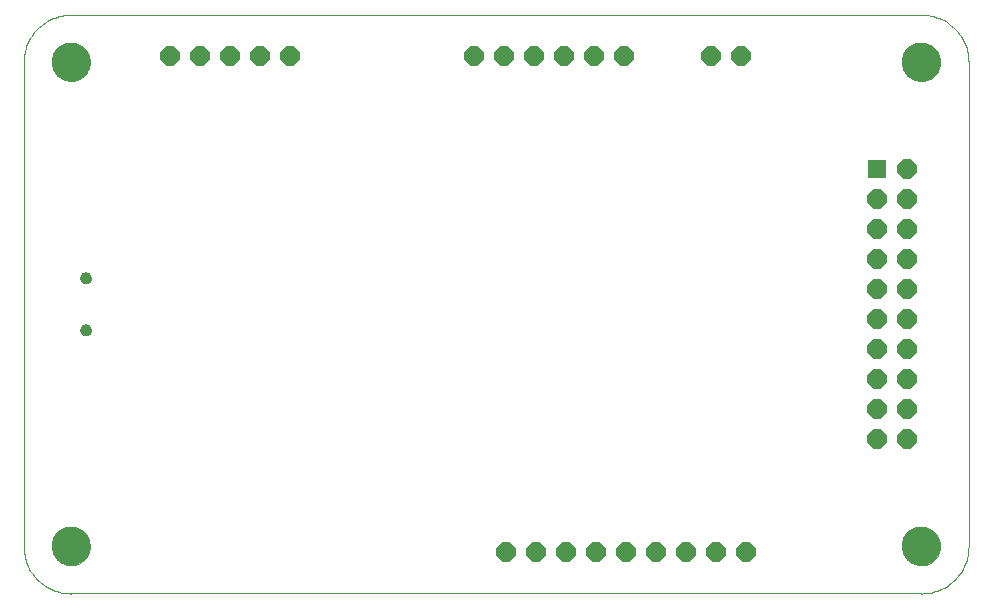
<source format=gbs>
G75*
G70*
%OFA0B0*%
%FSLAX24Y24*%
%IPPOS*%
%LPD*%
%AMOC8*
5,1,8,0,0,1.08239X$1,22.5*
%
%ADD10OC8,0.0640*%
%ADD11R,0.0640X0.0640*%
%ADD12C,0.0000*%
%ADD13C,0.0394*%
%ADD14C,0.1300*%
D10*
X021501Y004795D03*
X022501Y004795D03*
X023501Y004795D03*
X024501Y004795D03*
X025501Y004795D03*
X026501Y004795D03*
X027501Y004795D03*
X028501Y004795D03*
X029501Y004795D03*
X033859Y008562D03*
X034859Y008562D03*
X034859Y009562D03*
X033859Y009562D03*
X033859Y010562D03*
X034859Y010562D03*
X034859Y011562D03*
X033859Y011562D03*
X033859Y012562D03*
X034859Y012562D03*
X034859Y013562D03*
X033859Y013562D03*
X033859Y014562D03*
X034859Y014562D03*
X034859Y015562D03*
X033859Y015562D03*
X033859Y016562D03*
X034859Y016562D03*
X034859Y017562D03*
X029348Y021330D03*
X028348Y021330D03*
X025442Y021330D03*
X024442Y021330D03*
X023442Y021330D03*
X022442Y021330D03*
X021442Y021330D03*
X020442Y021330D03*
X014312Y021330D03*
X013312Y021330D03*
X012312Y021330D03*
X011312Y021330D03*
X010312Y021330D03*
D11*
X033859Y017562D03*
D12*
X035344Y003417D02*
X006997Y003417D01*
X006997Y003416D02*
X006920Y003418D01*
X006843Y003424D01*
X006766Y003433D01*
X006690Y003446D01*
X006614Y003463D01*
X006540Y003484D01*
X006466Y003508D01*
X006394Y003536D01*
X006324Y003567D01*
X006255Y003602D01*
X006187Y003640D01*
X006122Y003681D01*
X006059Y003726D01*
X005998Y003774D01*
X005939Y003824D01*
X005883Y003877D01*
X005830Y003933D01*
X005780Y003992D01*
X005732Y004053D01*
X005687Y004116D01*
X005646Y004181D01*
X005608Y004249D01*
X005573Y004318D01*
X005542Y004388D01*
X005514Y004460D01*
X005490Y004534D01*
X005469Y004608D01*
X005452Y004684D01*
X005439Y004760D01*
X005430Y004837D01*
X005424Y004914D01*
X005422Y004991D01*
X005422Y021133D01*
X006367Y021133D02*
X006369Y021183D01*
X006375Y021233D01*
X006385Y021282D01*
X006399Y021330D01*
X006416Y021377D01*
X006437Y021422D01*
X006462Y021466D01*
X006490Y021507D01*
X006522Y021546D01*
X006556Y021583D01*
X006593Y021617D01*
X006633Y021647D01*
X006675Y021674D01*
X006719Y021698D01*
X006765Y021719D01*
X006812Y021735D01*
X006860Y021748D01*
X006910Y021757D01*
X006959Y021762D01*
X007010Y021763D01*
X007060Y021760D01*
X007109Y021753D01*
X007158Y021742D01*
X007206Y021727D01*
X007252Y021709D01*
X007297Y021687D01*
X007340Y021661D01*
X007381Y021632D01*
X007420Y021600D01*
X007456Y021565D01*
X007488Y021527D01*
X007518Y021487D01*
X007545Y021444D01*
X007568Y021400D01*
X007587Y021354D01*
X007603Y021306D01*
X007615Y021257D01*
X007623Y021208D01*
X007627Y021158D01*
X007627Y021108D01*
X007623Y021058D01*
X007615Y021009D01*
X007603Y020960D01*
X007587Y020912D01*
X007568Y020866D01*
X007545Y020822D01*
X007518Y020779D01*
X007488Y020739D01*
X007456Y020701D01*
X007420Y020666D01*
X007381Y020634D01*
X007340Y020605D01*
X007297Y020579D01*
X007252Y020557D01*
X007206Y020539D01*
X007158Y020524D01*
X007109Y020513D01*
X007060Y020506D01*
X007010Y020503D01*
X006959Y020504D01*
X006910Y020509D01*
X006860Y020518D01*
X006812Y020531D01*
X006765Y020547D01*
X006719Y020568D01*
X006675Y020592D01*
X006633Y020619D01*
X006593Y020649D01*
X006556Y020683D01*
X006522Y020720D01*
X006490Y020759D01*
X006462Y020800D01*
X006437Y020844D01*
X006416Y020889D01*
X006399Y020936D01*
X006385Y020984D01*
X006375Y021033D01*
X006369Y021083D01*
X006367Y021133D01*
X005422Y021133D02*
X005424Y021210D01*
X005430Y021287D01*
X005439Y021364D01*
X005452Y021440D01*
X005469Y021516D01*
X005490Y021590D01*
X005514Y021664D01*
X005542Y021736D01*
X005573Y021806D01*
X005608Y021875D01*
X005646Y021943D01*
X005687Y022008D01*
X005732Y022071D01*
X005780Y022132D01*
X005830Y022191D01*
X005883Y022247D01*
X005939Y022300D01*
X005998Y022350D01*
X006059Y022398D01*
X006122Y022443D01*
X006187Y022484D01*
X006255Y022522D01*
X006324Y022557D01*
X006394Y022588D01*
X006466Y022616D01*
X006540Y022640D01*
X006614Y022661D01*
X006690Y022678D01*
X006766Y022691D01*
X006843Y022700D01*
X006920Y022706D01*
X006997Y022708D01*
X035344Y022708D01*
X034714Y021133D02*
X034716Y021183D01*
X034722Y021233D01*
X034732Y021282D01*
X034746Y021330D01*
X034763Y021377D01*
X034784Y021422D01*
X034809Y021466D01*
X034837Y021507D01*
X034869Y021546D01*
X034903Y021583D01*
X034940Y021617D01*
X034980Y021647D01*
X035022Y021674D01*
X035066Y021698D01*
X035112Y021719D01*
X035159Y021735D01*
X035207Y021748D01*
X035257Y021757D01*
X035306Y021762D01*
X035357Y021763D01*
X035407Y021760D01*
X035456Y021753D01*
X035505Y021742D01*
X035553Y021727D01*
X035599Y021709D01*
X035644Y021687D01*
X035687Y021661D01*
X035728Y021632D01*
X035767Y021600D01*
X035803Y021565D01*
X035835Y021527D01*
X035865Y021487D01*
X035892Y021444D01*
X035915Y021400D01*
X035934Y021354D01*
X035950Y021306D01*
X035962Y021257D01*
X035970Y021208D01*
X035974Y021158D01*
X035974Y021108D01*
X035970Y021058D01*
X035962Y021009D01*
X035950Y020960D01*
X035934Y020912D01*
X035915Y020866D01*
X035892Y020822D01*
X035865Y020779D01*
X035835Y020739D01*
X035803Y020701D01*
X035767Y020666D01*
X035728Y020634D01*
X035687Y020605D01*
X035644Y020579D01*
X035599Y020557D01*
X035553Y020539D01*
X035505Y020524D01*
X035456Y020513D01*
X035407Y020506D01*
X035357Y020503D01*
X035306Y020504D01*
X035257Y020509D01*
X035207Y020518D01*
X035159Y020531D01*
X035112Y020547D01*
X035066Y020568D01*
X035022Y020592D01*
X034980Y020619D01*
X034940Y020649D01*
X034903Y020683D01*
X034869Y020720D01*
X034837Y020759D01*
X034809Y020800D01*
X034784Y020844D01*
X034763Y020889D01*
X034746Y020936D01*
X034732Y020984D01*
X034722Y021033D01*
X034716Y021083D01*
X034714Y021133D01*
X035344Y022708D02*
X035421Y022706D01*
X035498Y022700D01*
X035575Y022691D01*
X035651Y022678D01*
X035727Y022661D01*
X035801Y022640D01*
X035875Y022616D01*
X035947Y022588D01*
X036017Y022557D01*
X036086Y022522D01*
X036154Y022484D01*
X036219Y022443D01*
X036282Y022398D01*
X036343Y022350D01*
X036402Y022300D01*
X036458Y022247D01*
X036511Y022191D01*
X036561Y022132D01*
X036609Y022071D01*
X036654Y022008D01*
X036695Y021943D01*
X036733Y021875D01*
X036768Y021806D01*
X036799Y021736D01*
X036827Y021664D01*
X036851Y021590D01*
X036872Y021516D01*
X036889Y021440D01*
X036902Y021364D01*
X036911Y021287D01*
X036917Y021210D01*
X036919Y021133D01*
X036918Y021133D02*
X036918Y004991D01*
X034714Y004991D02*
X034716Y005041D01*
X034722Y005091D01*
X034732Y005140D01*
X034746Y005188D01*
X034763Y005235D01*
X034784Y005280D01*
X034809Y005324D01*
X034837Y005365D01*
X034869Y005404D01*
X034903Y005441D01*
X034940Y005475D01*
X034980Y005505D01*
X035022Y005532D01*
X035066Y005556D01*
X035112Y005577D01*
X035159Y005593D01*
X035207Y005606D01*
X035257Y005615D01*
X035306Y005620D01*
X035357Y005621D01*
X035407Y005618D01*
X035456Y005611D01*
X035505Y005600D01*
X035553Y005585D01*
X035599Y005567D01*
X035644Y005545D01*
X035687Y005519D01*
X035728Y005490D01*
X035767Y005458D01*
X035803Y005423D01*
X035835Y005385D01*
X035865Y005345D01*
X035892Y005302D01*
X035915Y005258D01*
X035934Y005212D01*
X035950Y005164D01*
X035962Y005115D01*
X035970Y005066D01*
X035974Y005016D01*
X035974Y004966D01*
X035970Y004916D01*
X035962Y004867D01*
X035950Y004818D01*
X035934Y004770D01*
X035915Y004724D01*
X035892Y004680D01*
X035865Y004637D01*
X035835Y004597D01*
X035803Y004559D01*
X035767Y004524D01*
X035728Y004492D01*
X035687Y004463D01*
X035644Y004437D01*
X035599Y004415D01*
X035553Y004397D01*
X035505Y004382D01*
X035456Y004371D01*
X035407Y004364D01*
X035357Y004361D01*
X035306Y004362D01*
X035257Y004367D01*
X035207Y004376D01*
X035159Y004389D01*
X035112Y004405D01*
X035066Y004426D01*
X035022Y004450D01*
X034980Y004477D01*
X034940Y004507D01*
X034903Y004541D01*
X034869Y004578D01*
X034837Y004617D01*
X034809Y004658D01*
X034784Y004702D01*
X034763Y004747D01*
X034746Y004794D01*
X034732Y004842D01*
X034722Y004891D01*
X034716Y004941D01*
X034714Y004991D01*
X035344Y003416D02*
X035421Y003418D01*
X035498Y003424D01*
X035575Y003433D01*
X035651Y003446D01*
X035727Y003463D01*
X035801Y003484D01*
X035875Y003508D01*
X035947Y003536D01*
X036017Y003567D01*
X036086Y003602D01*
X036154Y003640D01*
X036219Y003681D01*
X036282Y003726D01*
X036343Y003774D01*
X036402Y003824D01*
X036458Y003877D01*
X036511Y003933D01*
X036561Y003992D01*
X036609Y004053D01*
X036654Y004116D01*
X036695Y004181D01*
X036733Y004249D01*
X036768Y004318D01*
X036799Y004388D01*
X036827Y004460D01*
X036851Y004534D01*
X036872Y004608D01*
X036889Y004684D01*
X036902Y004760D01*
X036911Y004837D01*
X036917Y004914D01*
X036919Y004991D01*
X007312Y012196D02*
X007314Y012222D01*
X007320Y012248D01*
X007330Y012273D01*
X007343Y012296D01*
X007359Y012316D01*
X007379Y012334D01*
X007401Y012349D01*
X007424Y012361D01*
X007450Y012369D01*
X007476Y012373D01*
X007502Y012373D01*
X007528Y012369D01*
X007554Y012361D01*
X007578Y012349D01*
X007599Y012334D01*
X007619Y012316D01*
X007635Y012296D01*
X007648Y012273D01*
X007658Y012248D01*
X007664Y012222D01*
X007666Y012196D01*
X007664Y012170D01*
X007658Y012144D01*
X007648Y012119D01*
X007635Y012096D01*
X007619Y012076D01*
X007599Y012058D01*
X007577Y012043D01*
X007554Y012031D01*
X007528Y012023D01*
X007502Y012019D01*
X007476Y012019D01*
X007450Y012023D01*
X007424Y012031D01*
X007400Y012043D01*
X007379Y012058D01*
X007359Y012076D01*
X007343Y012096D01*
X007330Y012119D01*
X007320Y012144D01*
X007314Y012170D01*
X007312Y012196D01*
X007312Y013929D02*
X007314Y013955D01*
X007320Y013981D01*
X007330Y014006D01*
X007343Y014029D01*
X007359Y014049D01*
X007379Y014067D01*
X007401Y014082D01*
X007424Y014094D01*
X007450Y014102D01*
X007476Y014106D01*
X007502Y014106D01*
X007528Y014102D01*
X007554Y014094D01*
X007578Y014082D01*
X007599Y014067D01*
X007619Y014049D01*
X007635Y014029D01*
X007648Y014006D01*
X007658Y013981D01*
X007664Y013955D01*
X007666Y013929D01*
X007664Y013903D01*
X007658Y013877D01*
X007648Y013852D01*
X007635Y013829D01*
X007619Y013809D01*
X007599Y013791D01*
X007577Y013776D01*
X007554Y013764D01*
X007528Y013756D01*
X007502Y013752D01*
X007476Y013752D01*
X007450Y013756D01*
X007424Y013764D01*
X007400Y013776D01*
X007379Y013791D01*
X007359Y013809D01*
X007343Y013829D01*
X007330Y013852D01*
X007320Y013877D01*
X007314Y013903D01*
X007312Y013929D01*
X006367Y004991D02*
X006369Y005041D01*
X006375Y005091D01*
X006385Y005140D01*
X006399Y005188D01*
X006416Y005235D01*
X006437Y005280D01*
X006462Y005324D01*
X006490Y005365D01*
X006522Y005404D01*
X006556Y005441D01*
X006593Y005475D01*
X006633Y005505D01*
X006675Y005532D01*
X006719Y005556D01*
X006765Y005577D01*
X006812Y005593D01*
X006860Y005606D01*
X006910Y005615D01*
X006959Y005620D01*
X007010Y005621D01*
X007060Y005618D01*
X007109Y005611D01*
X007158Y005600D01*
X007206Y005585D01*
X007252Y005567D01*
X007297Y005545D01*
X007340Y005519D01*
X007381Y005490D01*
X007420Y005458D01*
X007456Y005423D01*
X007488Y005385D01*
X007518Y005345D01*
X007545Y005302D01*
X007568Y005258D01*
X007587Y005212D01*
X007603Y005164D01*
X007615Y005115D01*
X007623Y005066D01*
X007627Y005016D01*
X007627Y004966D01*
X007623Y004916D01*
X007615Y004867D01*
X007603Y004818D01*
X007587Y004770D01*
X007568Y004724D01*
X007545Y004680D01*
X007518Y004637D01*
X007488Y004597D01*
X007456Y004559D01*
X007420Y004524D01*
X007381Y004492D01*
X007340Y004463D01*
X007297Y004437D01*
X007252Y004415D01*
X007206Y004397D01*
X007158Y004382D01*
X007109Y004371D01*
X007060Y004364D01*
X007010Y004361D01*
X006959Y004362D01*
X006910Y004367D01*
X006860Y004376D01*
X006812Y004389D01*
X006765Y004405D01*
X006719Y004426D01*
X006675Y004450D01*
X006633Y004477D01*
X006593Y004507D01*
X006556Y004541D01*
X006522Y004578D01*
X006490Y004617D01*
X006462Y004658D01*
X006437Y004702D01*
X006416Y004747D01*
X006399Y004794D01*
X006385Y004842D01*
X006375Y004891D01*
X006369Y004941D01*
X006367Y004991D01*
D13*
X007489Y012196D03*
X007489Y013929D03*
D14*
X006997Y021133D03*
X006997Y004991D03*
X035344Y004991D03*
X035344Y021133D03*
M02*

</source>
